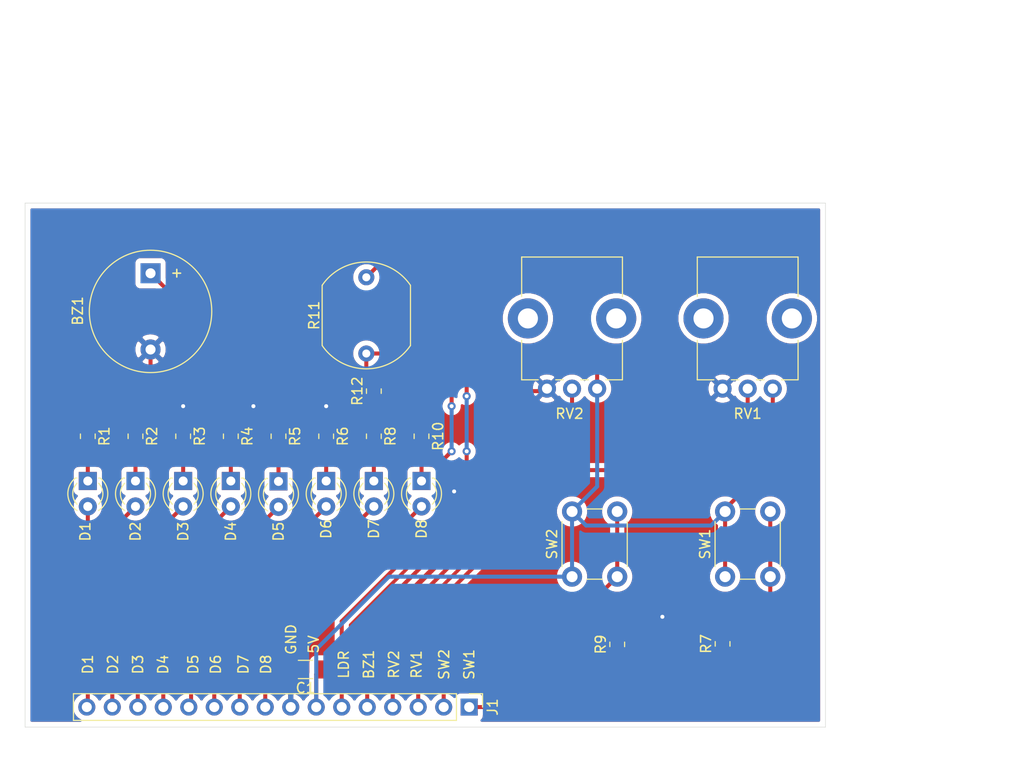
<source format=kicad_pcb>
(kicad_pcb (version 20240108) (generator "pcbnew") (generator_version "8.0")
  (layers (0 "F.Cu" signal) (31 "B.Cu" signal) (34 "B.Paste" user) (35 "F.Paste" user) (36 "B.SilkS" user "B.Silkscreen") (37 "F.SilkS" user "F.Silkscreen") (38 "B.Mask" user) (39 "F.Mask" user) (44 "Edge.Cuts" user))
  (net 0 "")
  (net 1 "GND")
  (net 2 "Net-(BZ1-Pad1)")
  (net 3 "+5V")
  (net 4 "Net-(D1-Pad2)")
  (net 5 "Net-(D1-Pad1)")
  (net 6 "Net-(D2-Pad2)")
  (net 7 "Net-(D2-Pad1)")
  (net 8 "Net-(D3-Pad2)")
  (net 9 "Net-(D3-Pad1)")
  (net 10 "Net-(D4-Pad2)")
  (net 11 "Net-(D4-Pad1)")
  (net 12 "Net-(D5-Pad2)")
  (net 13 "Net-(D5-Pad1)")
  (net 14 "Net-(D6-Pad2)")
  (net 15 "Net-(D6-Pad1)")
  (net 16 "Net-(D7-Pad2)")
  (net 17 "Net-(D7-Pad1)")
  (net 18 "Net-(D8-Pad2)")
  (net 19 "Net-(D8-Pad1)")
  (net 20 "Net-(J1-Pad6)")
  (net 21 "Net-(J1-Pad4)")
  (net 22 "Net-(J1-Pad3)")
  (net 23 "Net-(J1-Pad2)")
  (net 24 "Net-(J1-Pad1)")
  (footprint "Buzzer_Beeper:Buzzer_12x9.5RM7.6" (layer "F.Cu") (at 81.5 75.25 -90)
    (property "Reference" "BZ1" (at 3.75 7.25 90) (layer "F.SilkS"))
    (property "Value" "Buzzer")
    (fp_circle (center 3.8 0) (end 9.9 0) (stroke (width 0.12)) (fill none) (layer "F.SilkS"))
    (fp_text user "+" (at -0.01 -2.54 90) (layer "F.SilkS"))
    (pad "1" thru_hole rect (at 0 0 270) (size 2 2) (drill 1) (layers "*.Cu" "*.Mask") (net 2 "Net-(BZ1-Pad1)"))
    (pad "2" thru_hole circle (at 7.6 0 270) (size 2 2) (drill 1) (layers "*.Cu" "*.Mask") (net 1 "GND"))
  )
  (footprint "Capacitor_SMD:C_1206_3216Metric_Pad1.33x1.80mm_HandSolder" (layer "F.Cu") (at 96.9375 114.75 180)
    (property "Reference" "C1" (at 0 -1.85 0) (layer "F.SilkS"))
    (property "Value" "C")
    (fp_line (start -0.711252 0.91) (end 0.711252 0.91) (stroke (width 0.12)) (layer "F.SilkS"))
    (fp_line (start -0.711252 -0.91) (end 0.711252 -0.91) (stroke (width 0.12)) (layer "F.SilkS"))
    (pad "1" smd roundrect (at -1.5625 0 180) (size 1.325 1.8) (layers "F.Cu" "F.Paste" "F.Mask") (roundrect_rratio 0.1886784906) (net 3 "+5V"))
    (pad "2" smd roundrect (at 1.5625 0 180) (size 1.325 1.8) (layers "F.Cu" "F.Paste" "F.Mask") (roundrect_rratio 0.1886784906) (net 1 "GND"))
  )
  (footprint "LED_THT:LED_D3.0mm_Clear" (layer "F.Cu") (at 75.25 95.96 -90)
    (property "Reference" "D1" (at 5.04 0.25 90) (layer "F.SilkS"))
    (property "Value" "LED")
    (fp_line (start -0.29 1.08) (end -0.29 1.236) (stroke (width 0.12)) (layer "F.SilkS"))
    (fp_line (start -0.29 -1.236) (end -0.29 -1.08) (stroke (width 0.12)) (layer "F.SilkS"))
    (fp_arc (start 2.31113 1.079837) (mid 1.270117 1.5) (end 0.229039 1.08) (stroke (width 0.12)) (layer "F.SilkS"))
    (fp_arc (start 2.942335 1.078608) (mid 1.366487 1.987659) (end -0.29 1.235516) (stroke (width 0.12)) (layer "F.SilkS"))
    (fp_arc (start 0.229039 -1.08) (mid 1.270117 -1.5) (end 2.31113 -1.079837) (stroke (width 0.12)) (layer "F.SilkS"))
    (fp_arc (start -0.29 -1.235516) (mid 1.366487 -1.987659) (end 2.942335 -1.078608) (stroke (width 0.12)) (layer "F.SilkS"))
    (pad "1" thru_hole rect (at 0 0 270) (size 1.8 1.8) (drill 0.9) (layers "*.Cu" "*.Mask") (net 5 "Net-(D1-Pad1)"))
    (pad "2" thru_hole circle (at 2.54 0 270) (size 1.8 1.8) (drill 0.9) (layers "*.Cu" "*.Mask") (net 4 "Net-(D1-Pad2)"))
  )
  (footprint "LED_THT:LED_D3.0mm_Clear" (layer "F.Cu") (at 89.5 95.96 -90)
    (property "Reference" "D4" (at 5.04 0 90) (layer "F.SilkS"))
    (property "Value" "LED")
    (fp_line (start -0.29 1.08) (end -0.29 1.236) (stroke (width 0.12)) (layer "F.SilkS"))
    (fp_line (start -0.29 -1.236) (end -0.29 -1.08) (stroke (width 0.12)) (layer "F.SilkS"))
    (fp_arc (start 2.31113 1.079837) (mid 1.270117 1.5) (end 0.229039 1.08) (stroke (width 0.12)) (layer "F.SilkS"))
    (fp_arc (start 2.942335 1.078608) (mid 1.366487 1.987659) (end -0.29 1.235516) (stroke (width 0.12)) (layer "F.SilkS"))
    (fp_arc (start 0.229039 -1.08) (mid 1.270117 -1.5) (end 2.31113 -1.079837) (stroke (width 0.12)) (layer "F.SilkS"))
    (fp_arc (start -0.29 -1.235516) (mid 1.366487 -1.987659) (end 2.942335 -1.078608) (stroke (width 0.12)) (layer "F.SilkS"))
    (pad "1" thru_hole rect (at 0 0 270) (size 1.8 1.8) (drill 0.9) (layers "*.Cu" "*.Mask") (net 11 "Net-(D4-Pad1)"))
    (pad "2" thru_hole circle (at 2.54 0 270) (size 1.8 1.8) (drill 0.9) (layers "*.Cu" "*.Mask") (net 10 "Net-(D4-Pad2)"))
  )
  (footprint "LED_THT:LED_D3.0mm_Clear" (layer "F.Cu") (at 94.25 96 -90)
    (property "Reference" "D5" (at 5 0 90) (layer "F.SilkS"))
    (property "Value" "LED")
    (fp_line (start -0.29 1.08) (end -0.29 1.236) (stroke (width 0.12)) (layer "F.SilkS"))
    (fp_line (start -0.29 -1.236) (end -0.29 -1.08) (stroke (width 0.12)) (layer "F.SilkS"))
    (fp_arc (start 2.31113 1.079837) (mid 1.270117 1.5) (end 0.229039 1.08) (stroke (width 0.12)) (layer "F.SilkS"))
    (fp_arc (start 2.942335 1.078608) (mid 1.366487 1.987659) (end -0.29 1.235516) (stroke (width 0.12)) (layer "F.SilkS"))
    (fp_arc (start 0.229039 -1.08) (mid 1.270117 -1.5) (end 2.31113 -1.079837) (stroke (width 0.12)) (layer "F.SilkS"))
    (fp_arc (start -0.29 -1.235516) (mid 1.366487 -1.987659) (end 2.942335 -1.078608) (stroke (width 0.12)) (layer "F.SilkS"))
    (pad "1" thru_hole rect (at 0 0 270) (size 1.8 1.8) (drill 0.9) (layers "*.Cu" "*.Mask") (net 13 "Net-(D5-Pad1)"))
    (pad "2" thru_hole circle (at 2.54 0 270) (size 1.8 1.8) (drill 0.9) (layers "*.Cu" "*.Mask") (net 12 "Net-(D5-Pad2)"))
  )
  (footprint "LED_THT:LED_D3.0mm_Clear" (layer "F.Cu") (at 99 95.96 -90)
    (property "Reference" "D6" (at 4.79 0 90) (layer "F.SilkS"))
    (property "Value" "LED")
    (fp_line (start -0.29 1.08) (end -0.29 1.236) (stroke (width 0.12)) (layer "F.SilkS"))
    (fp_line (start -0.29 -1.236) (end -0.29 -1.08) (stroke (width 0.12)) (layer "F.SilkS"))
    (fp_arc (start 2.31113 1.079837) (mid 1.270117 1.5) (end 0.229039 1.08) (stroke (width 0.12)) (layer "F.SilkS"))
    (fp_arc (start 2.942335 1.078608) (mid 1.366487 1.987659) (end -0.29 1.235516) (stroke (width 0.12)) (layer "F.SilkS"))
    (fp_arc (start 0.229039 -1.08) (mid 1.270117 -1.5) (end 2.31113 -1.079837) (stroke (width 0.12)) (layer "F.SilkS"))
    (fp_arc (start -0.29 -1.235516) (mid 1.366487 -1.987659) (end 2.942335 -1.078608) (stroke (width 0.12)) (layer "F.SilkS"))
    (pad "1" thru_hole rect (at 0 0 270) (size 1.8 1.8) (drill 0.9) (layers "*.Cu" "*.Mask") (net 15 "Net-(D6-Pad1)"))
    (pad "2" thru_hole circle (at 2.54 0 270) (size 1.8 1.8) (drill 0.9) (layers "*.Cu" "*.Mask") (net 14 "Net-(D6-Pad2)"))
  )
  (footprint "LED_THT:LED_D3.0mm_Clear" (layer "F.Cu") (at 103.75 95.96 -90)
    (property "Reference" "D7" (at 4.79 0 90) (layer "F.SilkS"))
    (property "Value" "LED")
    (fp_line (start -0.29 1.08) (end -0.29 1.236) (stroke (width 0.12)) (layer "F.SilkS"))
    (fp_line (start -0.29 -1.236) (end -0.29 -1.08) (stroke (width 0.12)) (layer "F.SilkS"))
    (fp_arc (start 2.31113 1.079837) (mid 1.270117 1.5) (end 0.229039 1.08) (stroke (width 0.12)) (layer "F.SilkS"))
    (fp_arc (start 2.942335 1.078608) (mid 1.366487 1.987659) (end -0.29 1.235516) (stroke (width 0.12)) (layer "F.SilkS"))
    (fp_arc (start 0.229039 -1.08) (mid 1.270117 -1.5) (end 2.31113 -1.079837) (stroke (width 0.12)) (layer "F.SilkS"))
    (fp_arc (start -0.29 -1.235516) (mid 1.366487 -1.987659) (end 2.942335 -1.078608) (stroke (width 0.12)) (layer "F.SilkS"))
    (pad "1" thru_hole rect (at 0 0 270) (size 1.8 1.8) (drill 0.9) (layers "*.Cu" "*.Mask") (net 17 "Net-(D7-Pad1)"))
    (pad "2" thru_hole circle (at 2.54 0 270) (size 1.8 1.8) (drill 0.9) (layers "*.Cu" "*.Mask") (net 16 "Net-(D7-Pad2)"))
  )
  (footprint "LED_THT:LED_D3.0mm_Clear" (layer "F.Cu") (at 108.5 95.96 -90)
    (property "Reference" "D8" (at 4.79 0 90) (layer "F.SilkS"))
    (property "Value" "LED")
    (fp_line (start -0.29 1.08) (end -0.29 1.236) (stroke (width 0.12)) (layer "F.SilkS"))
    (fp_line (start -0.29 -1.236) (end -0.29 -1.08) (stroke (width 0.12)) (layer "F.SilkS"))
    (fp_arc (start 2.31113 1.079837) (mid 1.270117 1.5) (end 0.229039 1.08) (stroke (width 0.12)) (layer "F.SilkS"))
    (fp_arc (start 2.942335 1.078608) (mid 1.366487 1.987659) (end -0.29 1.235516) (stroke (width 0.12)) (layer "F.SilkS"))
    (fp_arc (start 0.229039 -1.08) (mid 1.270117 -1.5) (end 2.31113 -1.079837) (stroke (width 0.12)) (layer "F.SilkS"))
    (fp_arc (start -0.29 -1.235516) (mid 1.366487 -1.987659) (end 2.942335 -1.078608) (stroke (width 0.12)) (layer "F.SilkS"))
    (pad "1" thru_hole rect (at 0 0 270) (size 1.8 1.8) (drill 0.9) (layers "*.Cu" "*.Mask") (net 19 "Net-(D8-Pad1)"))
    (pad "2" thru_hole circle (at 2.54 0 270) (size 1.8 1.8) (drill 0.9) (layers "*.Cu" "*.Mask") (net 18 "Net-(D8-Pad2)"))
  )
  (footprint "Connector_PinHeader_2.54mm:PinHeader_1x16_P2.54mm_Vertical" (layer "F.Cu") (at 113.25 118.5 -90)
    (property "Reference" "J1" (at 0 -2.33 90) (layer "F.SilkS"))
    (property "Value" "Conn_01x16")
    (fp_line (start -1.33 39.43) (end 1.33 39.43) (stroke (width 0.12)) (layer "F.SilkS"))
    (fp_line (start -1.33 1.27) (end -1.33 39.43) (stroke (width 0.12)) (layer "F.SilkS"))
    (fp_line (start -1.33 1.27) (end 1.33 1.27) (stroke (width 0.12)) (layer "F.SilkS"))
    (fp_line (start 1.33 1.27) (end 1.33 39.43) (stroke (width 0.12)) (layer "F.SilkS"))
    (fp_line (start -1.33 0) (end -1.33 -1.33) (stroke (width 0.12)) (layer "F.SilkS"))
    (fp_line (start -1.33 -1.33) (end 0 -1.33) (stroke (width 0.12)) (layer "F.SilkS"))
    (pad "1" thru_hole rect (at 0 0 270) (size 1.7 1.7) (drill 1) (layers "*.Cu" "*.Mask") (net 24 "Net-(J1-Pad1)"))
    (pad "2" thru_hole oval (at 0 2.54 270) (size 1.7 1.7) (drill 1) (layers "*.Cu" "*.Mask") (net 23 "Net-(J1-Pad2)"))
    (pad "3" thru_hole oval (at 0 5.08 270) (size 1.7 1.7) (drill 1) (layers "*.Cu" "*.Mask") (net 22 "Net-(J1-Pad3)"))
    (pad "4" thru_hole oval (at 0 7.62 270) (size 1.7 1.7) (drill 1) (layers "*.Cu" "*.Mask") (net 21 "Net-(J1-Pad4)"))
    (pad "5" thru_hole oval (at 0 10.16 270) (size 1.7 1.7) (drill 1) (layers "*.Cu" "*.Mask") (net 2 "Net-(BZ1-Pad1)"))
    (pad "6" thru_hole oval (at 0 12.7 270) (size 1.7 1.7) (drill 1) (layers "*.Cu" "*.Mask") (net 20 "Net-(J1-Pad6)"))
    (pad "7" thru_hole oval (at 0 15.24 270) (size 1.7 1.7) (drill 1) (layers "*.Cu" "*.Mask") (net 3 "+5V"))
    (pad "8" thru_hole oval (at 0 17.78 270) (size 1.7 1.7) (drill 1) (layers "*.Cu" "*.Mask") (net 1 "GND"))
    (pad "9" thru_hole oval (at 0 20.32 270) (size 1.7 1.7) (drill 1) (layers "*.Cu" "*.Mask") (net 18 "Net-(D8-Pad2)"))
    (pad "10" thru_hole oval (at 0 22.86 270) (size 1.7 1.7) (drill 1) (layers "*.Cu" "*.Mask") (net 16 "Net-(D7-Pad2)"))
    (pad "11" thru_hole oval (at 0 25.4 270) (size 1.7 1.7) (drill 1) (layers "*.Cu" "*.Mask") (net 14 "Net-(D6-Pad2)"))
    (pad "12" thru_hole oval (at 0 27.94 270) (size 1.7 1.7) (drill 1) (layers "*.Cu" "*.Mask") (net 12 "Net-(D5-Pad2)"))
    (pad "13" thru_hole oval (at 0 30.48 270) (size 1.7 1.7) (drill 1) (layers "*.Cu" "*.Mask") (net 10 "Net-(D4-Pad2)"))
    (pad "14" thru_hole oval (at 0 33.02 270) (size 1.7 1.7) (drill 1) (layers "*.Cu" "*.Mask") (net 8 "Net-(D3-Pad2)"))
    (pad "15" thru_hole oval (at 0 35.56 270) (size 1.7 1.7) (drill 1) (layers "*.Cu" "*.Mask") (net 6 "Net-(D2-Pad2)"))
    (pad "16" thru_hole oval (at 0 38.1 270) (size 1.7 1.7) (drill 1) (layers "*.Cu" "*.Mask") (net 4 "Net-(D1-Pad2)"))
  )
  (footprint "Resistor_SMD:R_0805_2012Metric_Pad1.20x1.40mm_HandSolder" (layer "F.Cu") (at 75.25 91.5 -90)
    (property "Reference" "R1" (at 0 -1.65 90) (layer "F.SilkS"))
    (property "Value" "R")
    (fp_line (start -0.227064 0.735) (end 0.227064 0.735) (stroke (width 0.12)) (layer "F.SilkS"))
    (fp_line (start -0.227064 -0.735) (end 0.227064 -0.735) (stroke (width 0.12)) (layer "F.SilkS"))
    (pad "1" smd roundrect (at -1 0 270) (size 1.2 1.4) (layers "F.Cu" "F.Paste" "F.Mask") (roundrect_rratio 0.2083325) (net 1 "GND"))
    (pad "2" smd roundrect (at 1 0 270) (size 1.2 1.4) (layers "F.Cu" "F.Paste" "F.Mask") (roundrect_rratio 0.2083325) (net 5 "Net-(D1-Pad1)"))
  )
  (footprint "Resistor_SMD:R_0805_2012Metric_Pad1.20x1.40mm_HandSolder" (layer "F.Cu") (at 80 91.5 -90)
    (property "Reference" "R2" (at 0 -1.65 90) (layer "F.SilkS"))
    (property "Value" "R")
    (fp_line (start -0.227064 0.735) (end 0.227064 0.735) (stroke (width 0.12)) (layer "F.SilkS"))
    (fp_line (start -0.227064 -0.735) (end 0.227064 -0.735) (stroke (width 0.12)) (layer "F.SilkS"))
    (pad "1" smd roundrect (at -1 0 270) (size 1.2 1.4) (layers "F.Cu" "F.Paste" "F.Mask") (roundrect_rratio 0.2083325) (net 1 "GND"))
    (pad "2" smd roundrect (at 1 0 270) (size 1.2 1.4) (layers "F.Cu" "F.Paste" "F.Mask") (roundrect_rratio 0.2083325) (net 7 "Net-(D2-Pad1)"))
  )
  (footprint "Resistor_SMD:R_0805_2012Metric_Pad1.20x1.40mm_HandSolder" (layer "F.Cu") (at 84.75 91.5 -90)
    (property "Reference" "R3" (at 0 -1.65 90) (layer "F.SilkS"))
    (property "Value" "R")
    (fp_line (start -0.227064 0.735) (end 0.227064 0.735) (stroke (width 0.12)) (layer "F.SilkS"))
    (fp_line (start -0.227064 -0.735) (end 0.227064 -0.735) (stroke (width 0.12)) (layer "F.SilkS"))
    (pad "1" smd roundrect (at -1 0 270) (size 1.2 1.4) (layers "F.Cu" "F.Paste" "F.Mask") (roundrect_rratio 0.2083325) (net 1 "GND"))
    (pad "2" smd roundrect (at 1 0 270) (size 1.2 1.4) (layers "F.Cu" "F.Paste" "F.Mask") (roundrect_rratio 0.2083325) (net 9 "Net-(D3-Pad1)"))
  )
  (footprint "Resistor_SMD:R_0805_2012Metric_Pad1.20x1.40mm_HandSolder" (layer "F.Cu") (at 89.5 91.5 -90)
    (property "Reference" "R4" (at 0 -1.65 90) (layer "F.SilkS"))
    (property "Value" "R")
    (fp_line (start -0.227064 0.735) (end 0.227064 0.735) (stroke (width 0.12)) (layer "F.SilkS"))
    (fp_line (start -0.227064 -0.735) (end 0.227064 -0.735) (stroke (width 0.12)) (layer "F.SilkS"))
    (pad "1" smd roundrect (at -1 0 270) (size 1.2 1.4) (layers "F.Cu" "F.Paste" "F.Mask") (roundrect_rratio 0.2083325) (net 1 "GND"))
    (pad "2" smd roundrect (at 1 0 270) (size 1.2 1.4) (layers "F.Cu" "F.Paste" "F.Mask") (roundrect_rratio 0.2083325) (net 11 "Net-(D4-Pad1)"))
  )
  (footprint "Resistor_SMD:R_0805_2012Metric_Pad1.20x1.40mm_HandSolder" (layer "F.Cu") (at 94.25 91.5 -90)
    (property "Reference" "R5" (at 0 -1.65 90) (layer "F.SilkS"))
    (property "Value" "R")
    (fp_line (start -0.227064 0.735) (end 0.227064 0.735) (stroke (width 0.12)) (layer "F.SilkS"))
    (fp_line (start -0.227064 -0.735) (end 0.227064 -0.735) (stroke (width 0.12)) (layer "F.SilkS"))
    (pad "1" smd roundrect (at -1 0 270) (size 1.2 1.4) (layers "F.Cu" "F.Paste" "F.Mask") (roundrect_rratio 0.2083325) (net 1 "GND"))
    (pad "2" smd roundrect (at 1 0 270) (size 1.2 1.4) (layers "F.Cu" "F.Paste" "F.Mask") (roundrect_rratio 0.2083325) (net 13 "Net-(D5-Pad1)"))
  )
  (footprint "Resistor_SMD:R_0805_2012Metric_Pad1.20x1.40mm_HandSolder" (layer "F.Cu") (at 99 91.5 -90)
    (property "Reference" "R6" (at 0 -1.65 90) (layer "F.SilkS"))
    (property "Value" "R")
    (fp_line (start -0.227064 0.735) (end 0.227064 0.735) (stroke (width 0.12)) (layer "F.SilkS"))
    (fp_line (start -0.227064 -0.735) (end 0.227064 -0.735) (stroke (width 0.12)) (layer "F.SilkS"))
    (pad "1" smd roundrect (at -1 0 270) (size 1.2 1.4) (layers "F.Cu" "F.Paste" "F.Mask") (roundrect_rratio 0.2083325) (net 1 "GND"))
    (pad "2" smd roundrect (at 1 0 270) (size 1.2 1.4) (layers "F.Cu" "F.Paste" "F.Mask") (roundrect_rratio 0.2083325) (net 15 "Net-(D6-Pad1)"))
  )
  (footprint "Resistor_SMD:R_0805_2012Metric_Pad1.20x1.40mm_HandSolder" (layer "F.Cu") (at 103.75 91.5 -90)
    (property "Reference" "R8" (at 0 -1.65 90) (layer "F.SilkS"))
    (property "Value" "R")
    (fp_line (start -0.227064 0.735) (end 0.227064 0.735) (stroke (width 0.12)) (layer "F.SilkS"))
    (fp_line (start -0.227064 -0.735) (end 0.227064 -0.735) (stroke (width 0.12)) (layer "F.SilkS"))
    (pad "1" smd roundrect (at -1 0 270) (size 1.2 1.4) (layers "F.Cu" "F.Paste" "F.Mask") (roundrect_rratio 0.2083325) (net 1 "GND"))
    (pad "2" smd roundrect (at 1 0 270) (size 1.2 1.4) (layers "F.Cu" "F.Paste" "F.Mask") (roundrect_rratio 0.2083325) (net 17 "Net-(D7-Pad1)"))
  )
  (footprint "Resistor_SMD:R_0805_2012Metric_Pad1.20x1.40mm_HandSolder" (layer "F.Cu") (at 128 112.25 90)
    (property "Reference" "R9" (at 0 -1.65 90) (layer "F.SilkS"))
    (property "Value" "R")
    (fp_line (start -0.227064 -0.735) (end 0.227064 -0.735) (stroke (width 0.12)) (layer "F.SilkS"))
    (fp_line (start -0.227064 0.735) (end 0.227064 0.735) (stroke (width 0.12)) (layer "F.SilkS"))
    (pad "1" smd roundrect (at -1 0 90) (size 1.2 1.4) (layers "F.Cu" "F.Paste" "F.Mask") (roundrect_rratio 0.2083325) (net 23 "Net-(J1-Pad2)"))
    (pad "2" smd roundrect (at 1 0 90) (size 1.2 1.4) (layers "F.Cu" "F.Paste" "F.Mask") (roundrect_rratio 0.2083325) (net 1 "GND"))
  )
  (footprint "Resistor_SMD:R_0805_2012Metric_Pad1.20x1.40mm_HandSolder" (layer "F.Cu") (at 108.5 91.5 -90)
    (property "Reference" "R10" (at 0 -1.65 90) (layer "F.SilkS"))
    (property "Value" "R")
    (fp_line (start -0.227064 0.735) (end 0.227064 0.735) (stroke (width 0.12)) (layer "F.SilkS"))
    (fp_line (start -0.227064 -0.735) (end 0.227064 -0.735) (stroke (width 0.12)) (layer "F.SilkS"))
    (pad "1" smd roundrect (at -1 0 270) (size 1.2 1.4) (layers "F.Cu" "F.Paste" "F.Mask") (roundrect_rratio 0.2083325) (net 1 "GND"))
    (pad "2" smd roundrect (at 1 0 270) (size 1.2 1.4) (layers "F.Cu" "F.Paste" "F.Mask") (roundrect_rratio 0.2083325) (net 19 "Net-(D8-Pad1)"))
  )
  (footprint "OptoDevice:R_LDR_10x8.5mm_P7.6mm_Vertical" (layer "F.Cu") (at 103 83.25 90)
    (property "Reference" "R11" (at 3.8 -5.2 90) (layer "F.SilkS"))
    (property "Value" "LDR03")
    (fp_line (start 0.8 -4.4) (end 6.8 -4.4) (stroke (width 0.12)) (layer "F.SilkS"))
    (fp_line (start 0.8 4.4) (end 6.8 4.4) (stroke (width 0.12)) (layer "F.SilkS"))
    (fp_arc (start 6.8 -4.4) (mid 9.125374 -0.019809) (end 6.83265 4.37756) (stroke (width 0.12)) (layer "F.SilkS"))
    (fp_arc (start 0.8 4.4) (mid -1.525374 0.019809) (end 0.76735 -4.37756) (stroke (width 0.12)) (layer "F.SilkS"))
    (pad "1" thru_hole circle (at 0 0 90) (size 1.6 1.6) (drill 0.8) (layers "*.Cu" "*.Mask") (net 20 "Net-(J1-Pad6)"))
    (pad "2" thru_hole circle (at 7.6 0 90) (size 1.6 1.6) (drill 0.8) (layers "*.Cu" "*.Mask") (net 3 "+5V"))
  )
  (footprint "Resistor_SMD:R_0805_2012Metric_Pad1.20x1.40mm_HandSolder" (layer "F.Cu") (at 103.75 87 90)
    (property "Reference" "R12" (at 0 -1.65 90) (layer "F.SilkS"))
    (property "Value" "R")
    (fp_line (start -0.227064 -0.735) (end 0.227064 -0.735) (stroke (width 0.12)) (layer "F.SilkS"))
    (fp_line (start -0.227064 0.735) (end 0.227064 0.735) (stroke (width 0.12)) (layer "F.SilkS"))
    (pad "1" smd roundrect (at -1 0 90) (size 1.2 1.4) (layers "F.Cu" "F.Paste" "F.Mask") (roundrect_rratio 0.2083325) (net 1 "GND"))
    (pad "2" smd roundrect (at 1 0 90) (size 1.2 1.4) (layers "F.Cu" "F.Paste" "F.Mask") (roundrect_rratio 0.2083325) (net 20 "Net-(J1-Pad6)"))
  )
  (footprint "Button_Switch_THT:SW_PUSH_6mm_H4.3mm" (layer "F.Cu") (at 138.75 105.5 90)
    (property "Reference" "SW1" (at 3.25 -2 90) (layer "F.SilkS"))
    (property "Value" "SW_Push")
    (fp_line (start 5.5 -1) (end 1 -1) (stroke (width 0.12)) (layer "F.SilkS"))
    (fp_line (start -0.25 1.5) (end -0.25 3) (stroke (width 0.12)) (layer "F.SilkS"))
    (fp_line (start 6.75 3) (end 6.75 1.5) (stroke (width 0.12)) (layer "F.SilkS"))
    (fp_line (start 1 5.5) (end 5.5 5.5) (stroke (width 0.12)) (layer "F.SilkS"))
    (pad "1" thru_hole circle (at 0 0 180) (size 2 2) (drill 1.1) (layers "*.Cu" "*.Mask") (net 3 "+5V"))
    (pad "1" thru_hole circle (at 6.5 0 180) (size 2 2) (drill 1.1) (layers "*.Cu" "*.Mask") (net 3 "+5V"))
    (pad "2" thru_hole circle (at 0 4.5 180) (size 2 2) (drill 1.1) (layers "*.Cu" "*.Mask") (net 24 "Net-(J1-Pad1)"))
    (pad "2" thru_hole circle (at 6.5 4.5 180) (size 2 2) (drill 1.1) (layers "*.Cu" "*.Mask") (net 24 "Net-(J1-Pad1)"))
  )
  (footprint "Button_Switch_THT:SW_PUSH_6mm_H4.3mm" (layer "F.Cu") (at 123.5 105.5 90)
    (property "Reference" "SW2" (at 3.25 -2 90) (layer "F.SilkS"))
    (property "Value" "SW_Push")
    (fp_line (start 5.5 -1) (end 1 -1) (stroke (width 0.12)) (layer "F.SilkS"))
    (fp_line (start -0.25 1.5) (end -0.25 3) (stroke (width 0.12)) (layer "F.SilkS"))
    (fp_line (start 6.75 3) (end 6.75 1.5) (stroke (width 0.12)) (layer "F.SilkS"))
    (fp_line (start 1 5.5) (end 5.5 5.5) (stroke (width 0.12)) (layer "F.SilkS"))
    (pad "1" thru_hole circle (at 0 0 180) (size 2 2) (drill 1.1) (layers "*.Cu" "*.Mask") (net 3 "+5V"))
    (pad "1" thru_hole circle (at 6.5 0 180) (size 2 2) (drill 1.1) (layers "*.Cu" "*.Mask") (net 3 "+5V"))
    (pad "2" thru_hole circle (at 0 4.5 180) (size 2 2) (drill 1.1) (layers "*.Cu" "*.Mask") (net 23 "Net-(J1-Pad2)"))
    (pad "2" thru_hole circle (at 6.5 4.5 180) (size 2 2) (drill 1.1) (layers "*.Cu" "*.Mask") (net 23 "Net-(J1-Pad2)"))
  )
  (footprint "LED_THT:LED_D3.0mm_Clear" (layer "F.Cu") (at 84.75 95.96 -90)
    (property "Reference" "D3" (at 5.04 0 90) (layer "F.SilkS"))
    (property "Value" "LED")
    (fp_line (start -0.29 1.08) (end -0.29 1.236) (stroke (width 0.12)) (layer "F.SilkS"))
    (fp_line (start -0.29 -1.236) (end -0.29 -1.08) (stroke (width 0.12)) (layer "F.SilkS"))
    (fp_arc (start 2.31113 1.079837) (mid 1.270117 1.5) (end 0.229039 1.08) (stroke (width 0.12)) (layer "F.SilkS"))
    (fp_arc (start 2.942335 1.078608) (mid 1.366487 1.987659) (end -0.29 1.235516) (stroke (width 0.12)) (layer "F.SilkS"))
    (fp_arc (start 0.229039 -1.08) (mid 1.270117 -1.5) (end 2.31113 -1.079837) (stroke (width 0.12)) (layer "F.SilkS"))
    (fp_arc (start -0.29 -1.235516) (mid 1.366487 -1.987659) (end 2.942335 -1.078608) (stroke (width 0.12)) (layer "F.SilkS"))
    (pad "1" thru_hole rect (at 0 0 270) (size 1.8 1.8) (drill 0.9) (layers "*.Cu" "*.Mask") (net 9 "Net-(D3-Pad1)"))
    (pad "2" thru_hole circle (at 2.54 0 270) (size 1.8 1.8) (drill 0.9) (layers "*.Cu" "*.Mask") (net 8 "Net-(D3-Pad2)"))
  )
  (footprint "LED_THT:LED_D3.0mm_Clear" (layer "F.Cu") (at 80 95.96 -90)
    (property "Reference" "D2" (at 5.04 0 90) (layer "F.SilkS"))
    (property "Value" "LED")
    (fp_line (start -0.29 1.08) (end -0.29 1.236) (stroke (width 0.12)) (layer "F.SilkS"))
    (fp_line (start -0.29 -1.236) (end -0.29 -1.08) (stroke (width 0.12)) (layer "F.SilkS"))
    (fp_arc (start 2.31113 1.079837) (mid 1.270117 1.5) (end 0.229039 1.08) (stroke (width 0.12)) (layer "F.SilkS"))
    (fp_arc (start 2.942335 1.078608) (mid 1.366487 1.987659) (end -0.29 1.235516) (stroke (width 0.12)) (layer "F.SilkS"))
    (fp_arc (start 0.229039 -1.08) (mid 1.270117 -1.5) (end 2.31113 -1.079837) (stroke (width 0.12)) (layer "F.SilkS"))
    (fp_arc (start -0.29 -1.235516) (mid 1.366487 -1.987659) (end 2.942335 -1.078608) (stroke (width 0.12)) (layer "F.SilkS"))
    (pad "1" thru_hole rect (at 0 0 270) (size 1.8 1.8) (drill 0.9) (layers "*.Cu" "*.Mask") (net 7 "Net-(D2-Pad1)"))
    (pad "2" thru_hole circle (at 2.54 0 270) (size 1.8 1.8) (drill 0.9) (layers "*.Cu" "*.Mask") (net 6 "Net-(D2-Pad2)"))
  )
  (footprint "Potentiometer_THT:Potentiometer_Alps_RK09K_Single_Vertical" (layer "F.Cu") (at 126 86.75 90)
    (property "Reference" "RV2" (at -2.5 -2.75 180) (layer "F.SilkS"))
    (property "Value" "R_POT")
    (fp_line (start 13.12 -7.521) (end 13.12 2.52) (stroke (width 0.12)) (layer "F.SilkS"))
    (fp_line (start 9.184 -7.521) (end 13.12 -7.521) (stroke (width 0.12)) (layer "F.SilkS"))
    (fp_line (start 0.88 -7.521) (end 4.817 -7.521) (stroke (width 0.12)) (layer "F.SilkS"))
    (fp_line (start 0.88 -7.521) (end 0.88 -5.871) (stroke (width 0.12)) (layer "F.SilkS"))
    (fp_line (start 0.88 -4.129) (end 0.88 -3.37) (stroke (width 0.12)) (layer "F.SilkS"))
    (fp_line (start 0.88 -1.629) (end 0.88 -0.87) (stroke (width 0.12)) (layer "F.SilkS"))
    (fp_line (start 0.88 0.87) (end 0.88 2.52) (stroke (width 0.12)) (layer "F.SilkS"))
    (fp_line (start 9.184 2.52) (end 13.12 2.52) (stroke (width 0.12)) (layer "F.SilkS"))
    (fp_line (start 0.88 2.52) (end 4.817 2.52) (stroke (width 0.12)) (layer "F.SilkS"))
    (pad "" np_thru_hole circle (at 7 -6.9 90) (size 4 4) (drill 2) (layers "*.Cu" "*.Mask"))
    (pad "" np_thru_hole circle (at 7 1.9 90) (size 4 4) (drill 2) (layers "*.Cu" "*.Mask"))
    (pad "1" thru_hole circle (at 0 0 90) (size 1.8 1.8) (drill 1) (layers "*.Cu" "*.Mask") (net 3 "+5V"))
    (pad "2" thru_hole circle (at 0 -2.5 90) (size 1.8 1.8) (drill 1) (layers "*.Cu" "*.Mask") (net 21 "Net-(J1-Pad4)"))
    (pad "3" thru_hole circle (at 0 -5 90) (size 1.8 1.8) (drill 1) (layers "*.Cu" "*.Mask") (net 1 "GND"))
  )
  (footprint "Resistor_SMD:R_0805_2012Metric_Pad1.20x1.40mm_HandSolder" (layer "F.Cu") (at 138.5 112.2 90)
    (property "Reference" "R7" (at 0 -1.65 90) (layer "F.SilkS"))
    (property "Value" "R")
    (fp_line (start -0.227064 -0.735) (end 0.227064 -0.735) (stroke (width 0.12)) (layer "F.SilkS"))
    (fp_line (start -0.227064 0.735) (end 0.227064 0.735) (stroke (width 0.12)) (layer "F.SilkS"))
    (pad "1" smd roundrect (at -1 0 90) (size 1.2 1.4) (layers "F.Cu" "F.Paste" "F.Mask") (roundrect_rratio 0.2083325) (net 24 "Net-(J1-Pad1)"))
    (pad "2" smd roundrect (at 1 0 90) (size 1.2 1.4) (layers "F.Cu" "F.Paste" "F.Mask") (roundrect_rratio 0.2083325) (net 1 "GND"))
  )
  (footprint "Potentiometer_THT:Potentiometer_Alps_RK09K_Single_Vertical" (layer "F.Cu") (at 143.5 86.75 90)
    (property "Reference" "RV1" (at -2.5 -2.5 180) (layer "F.SilkS"))
    (property "Value" "R_POT")
    (fp_line (start 13.12 -7.521) (end 13.12 2.52) (stroke (width 0.12)) (layer "F.SilkS"))
    (fp_line (start 9.184 -7.521) (end 13.12 -7.521) (stroke (width 0.12)) (layer "F.SilkS"))
    (fp_line (start 0.88 -7.521) (end 4.817 -7.521) (stroke (width 0.12)) (layer "F.SilkS"))
    (fp_line (start 0.88 -7.521) (end 0.88 -5.871) (stroke (width 0.12)) (layer "F.SilkS"))
    (fp_line (start 0.88 -4.129) (end 0.88 -3.37) (stroke (width 0.12)) (layer "F.SilkS"))
    (fp_line (start 0.88 -1.629) (end 0.88 -0.87) (stroke (width 0.12)) (layer "F.SilkS"))
    (fp_line (start 0.88 0.87) (end 0.88 2.52) (stroke (width 0.12)) (layer "F.SilkS"))
    (fp_line (start 9.184 2.52) (end 13.12 2.52) (stroke (width 0.12)) (layer "F.SilkS"))
    (fp_line (start 0.88 2.52) (end 4.817 2.52) (stroke (width 0.12)) (layer "F.SilkS"))
    (pad "" np_thru_hole circle (at 7 -6.9 90) (size 4 4) (drill 2) (layers "*.Cu" "*.Mask"))
    (pad "" np_thru_hole circle (at 7 1.9 90) (size 4 4) (drill 2) (layers "*.Cu" "*.Mask"))
    (pad "1" thru_hole circle (at 0 0 90) (size 1.8 1.8) (drill 1) (layers "*.Cu" "*.Mask") (net 3 "+5V"))
    (pad "2" thru_hole circle (at 0 -2.5 90) (size 1.8 1.8) (drill 1) (layers "*.Cu" "*.Mask") (net 22 "Net-(J1-Pad3)"))
    (pad "3" thru_hole circle (at 0 -5 90) (size 1.8 1.8) (drill 1) (layers "*.Cu" "*.Mask") (net 1 "GND"))
  )
  (gr_line (start 148.75 68.25) (end 148.75 120.5) (stroke (width 0.05)) (layer "Edge.Cuts"))
  (gr_line (start 148.75 120.5) (end 69 120.5) (stroke (width 0.05)) (layer "Edge.Cuts"))
  (gr_line (start 69 120.5) (end 69 68.25) (stroke (width 0.05)) (layer "Edge.Cuts"))
  (gr_line (start 69 68.25) (end 148.75 68.25) (stroke (width 0.05)) (layer "Edge.Cuts"))
  (gr_text "5V" (at 97.75 112.25 90) (layer "F.SilkS") (effects (font (size 1 1))))
  (gr_text "D6" (at 88 114.25 90) (layer "F.SilkS") (effects (font (size 1 1))))
  (gr_text "GND" (at 95.5 111.75 90) (layer "F.SilkS") (effects (font (size 1 1))))
  (gr_text "D3" (at 80.25 114.25 90) (layer "F.SilkS") (effects (font (size 1 1))))
  (gr_text "D5" (at 85.75 114.25 90) (layer "F.SilkS") (effects (font (size 1 1))))
  (gr_text "D2\n" (at 77.75 114.25 90) (layer "F.SilkS") (effects (font (size 1 1))))
  (gr_text "RV1" (at 108 114.25 90) (layer "F.SilkS") (effects (font (size 1 1))))
  (gr_text "LDR" (at 100.75 114.25 90) (layer "F.SilkS") (effects (font (size 1 1))))
  (gr_text "SW2" (at 110.75 114.25 90) (layer "F.SilkS") (effects (font (size 1 1))))
  (gr_text "D8" (at 93 114.25 90) (layer "F.SilkS") (effects (font (size 1 1))))
  (gr_text "D1" (at 75.25 114.25 90) (layer "F.SilkS") (effects (font (size 1 1))))
  (gr_text "BZ1" (at 103.25 114.25 90) (layer "F.SilkS") (effects (font (size 1 1))))
  (gr_text "D7" (at 90.75 114.25 90) (layer "F.SilkS") (effects (font (size 1 1))))
  (gr_text "SW1" (at 113.25 114.25 90) (layer "F.SilkS") (effects (font (size 1 1))))
  (gr_text "D4" (at 82.75 114.25 90) (layer "F.SilkS") (effects (font (size 1 1))))
  (gr_text "RV2" (at 105.75 114.25 90) (layer "F.SilkS") (effects (font (size 1 1))))
  (segment (start 99 90.5) (end 103.75 90.5) (width 0.4) (layer "F.Cu") (net 1))
  (segment (start 108.5 90.5) (end 112 90.5) (width 0.4) (layer "F.Cu") (net 1))
  (segment (start 131.5 110.5) (end 132.5 109.5) (width 0.4) (layer "F.Cu") (net 1))
  (segment (start 85 90.25) (end 84.75 90.5) (width 0.4) (layer "F.Cu") (net 1))
  (segment (start 120.75 87) (end 121 86.75) (width 0.4) (layer "F.Cu") (net 1))
  (segment (start 112 90.5) (end 115.5 87) (width 0.4) (layer "F.Cu") (net 1))
  (segment (start 138.45 111.25) (end 138.5 111.2) (width 0.4) (layer "F.Cu") (net 1))
  (segment (start 138.5 111.2) (end 137.95 111.2) (width 0.4) (layer "F.Cu") (net 1))
  (segment (start 103.75 90.5) (end 108.5 90.5) (width 0.4) (layer "F.Cu") (net 1))
  (segment (start 84.75 90.5) (end 89.5 90.5) (width 0.4) (layer "F.Cu") (net 1))
  (segment (start 115.5 87) (end 120.75 87) (width 0.4) (layer "F.Cu") (net 1))
  (segment (start 131.5 111.25) (end 138.45 111.25) (width 0.4) (layer "F.Cu") (net 1))
  (segment (start 75.25 90.5) (end 80 90.5) (width 0.4) (layer "F.Cu") (net 1))
  (segment (start 89.5 90.5) (end 94.25 90.5) (width 0.4) (layer "F.Cu") (net 1))
  (segment (start 131.5 111.25) (end 131.5 110.5) (width 0.4) (layer "F.Cu") (net 1))
  (segment (start 81.5 89) (end 80 90.5) (width 0.4) (layer "F.Cu") (net 1))
  (segment (start 95.47 114.845) (end 95.375 114.75) (width 0.4) (layer "F.Cu") (net 1))
  (segment (start 95.47 118.5) (end 95.47 114.845) (width 0.4) (layer "F.Cu") (net 1))
  (segment (start 81.5 82.85) (end 81.5 89) (width 0.4) (layer "F.Cu") (net 1))
  (segment (start 128 111.25) (end 131.5 111.25) (width 0.4) (layer "F.Cu") (net 1))
  (segment (start 80 90.5) (end 84.75 90.5) (width 0.4) (layer "F.Cu") (net 1))
  (segment (start 94.25 90.5) (end 99 90.5) (width 0.4) (layer "F.Cu") (net 1))
  (via (at 111.75 97) (size 0.8) (drill 0.4) (layers "F.Cu" "B.Cu") (net 1))
  (via (at 99 88.5) (size 0.8) (drill 0.4) (layers "F.Cu" "B.Cu") (net 1))
  (via (at 84.75 88.5) (size 0.8) (drill 0.4) (layers "F.Cu" "B.Cu") (net 1))
  (via (at 132.5 109.5) (size 0.8) (drill 0.4) (layers "F.Cu" "B.Cu") (net 1))
  (via (at 91.75 88.5) (size 0.8) (drill 0.4) (layers "F.Cu" "B.Cu") (net 1))
  (segment (start 113 84.25) (end 106 77.25) (width 0.4) (layer "F.Cu") (net 2))
  (segment (start 113 100) (end 113 93) (width 0.4) (layer "F.Cu") (net 2))
  (segment (start 103.09 118.5) (end 103.09 109.91) (width 0.4) (layer "F.Cu") (net 2))
  (segment (start 113 87.5) (end 113 84.25) (width 0.4) (layer "F.Cu") (net 2))
  (segment (start 103.09 109.91) (end 113 100) (width 0.4) (layer "F.Cu") (net 2))
  (segment (start 106 77.25) (end 83.5 77.25) (width 0.4) (layer "F.Cu") (net 2))
  (segment (start 83.5 77.25) (end 81.5 75.25) (width 0.4) (layer "F.Cu") (net 2))
  (via (at 113 87.5) (size 0.8) (drill 0.4) (layers "F.Cu" "B.Cu") (net 2))
  (via (at 113 93) (size 0.8) (drill 0.4) (layers "F.Cu" "B.Cu") (net 2))
  (segment (start 113 93) (end 113 87.5) (width 0.4) (layer "B.Cu") (net 2))
  (segment (start 107.9 70.75) (end 103 75.65) (width 0.4) (layer "F.Cu") (net 3))
  (segment (start 143.5 94) (end 138.75 98.75) (width 0.4) (layer "F.Cu") (net 3))
  (segment (start 123.25 70.75) (end 107.9 70.75) (width 0.4) (layer "F.Cu") (net 3))
  (segment (start 138.75 98.75) (end 138.75 99) (width 0.4) (layer "F.Cu") (net 3))
  (segment (start 126 86.75) (end 126 82) (width 0.4) (layer "F.Cu") (net 3))
  (segment (start 98.01 118.5) (end 98.01 115.24) (width 0.4) (layer "F.Cu") (net 3))
  (segment (start 125 72.5) (end 123.25 70.75) (width 0.4) (layer "F.Cu") (net 3))
  (segment (start 138.75 105.5) (end 138.75 99) (width 0.4) (layer "F.Cu") (net 3))
  (segment (start 98.01 115.24) (end 98.5 114.75) (width 0.4) (layer "F.Cu") (net 3))
  (segment (start 143.5 86.5) (end 143.5 94) (width 0.4) (layer "F.Cu") (net 3))
  (segment (start 126 82) (end 125 81) (width 0.4) (layer "F.Cu") (net 3))
  (segment (start 125 81) (end 125 72.5) (width 0.4) (layer "F.Cu") (net 3))
  (segment (start 123.5 105.5) (end 105.25 105.5) (width 0.4) (layer "B.Cu") (net 3))
  (segment (start 123.5 99) (end 123.5 105.5) (width 0.4) (layer "B.Cu") (net 3))
  (segment (start 137.349999 100.400001) (end 124.900001 100.400001) (width 0.4) (layer "B.Cu") (net 3))
  (segment (start 138.75 99) (end 137.349999 100.400001) (width 0.4) (layer "B.Cu") (net 3))
  (segment (start 105.25 105.5) (end 98.01 112.74) (width 0.4) (layer "B.Cu") (net 3))
  (segment (start 126 86.75) (end 126 96.5) (width 0.4) (layer "B.Cu") (net 3))
  (segment (start 124.900001 100.400001) (end 123.5 99) (width 0.4) (layer "B.Cu") (net 3))
  (segment (start 126 96.5) (end 123.5 99) (width 0.4) (layer "B.Cu") (net 3))
  (segment (start 98.01 112.74) (end 98.01 118.5) (width 0.4) (layer "B.Cu") (net 3))
  (segment (start 75.25 118.4) (end 75.15 118.5) (width 0.4) (layer "F.Cu") (net 4))
  (segment (start 75.25 98.5) (end 75.25 118.4) (width 0.4) (layer "F.Cu") (net 4))
  (segment (start 75.25 95.96) (end 75.25 92.5) (width 0.4) (layer "F.Cu") (net 5))
  (segment (start 77.69 100.81) (end 77.69 118.5) (width 0.4) (layer "F.Cu") (net 6))
  (segment (start 80 98.5) (end 77.69 100.81) (width 0.4) (layer "F.Cu") (net 6))
  (segment (start 80 95.96) (end 80 92.5) (width 0.4) (layer "F.Cu") (net 7))
  (segment (start 80.23 103.02) (end 80.23 118.5) (width 0.4) (layer "F.Cu") (net 8))
  (segment (start 84.75 98.5) (end 80.23 103.02) (width 0.4) (layer "F.Cu") (net 8))
  (segment (start 84.75 95.96) (end 84.75 92.5) (width 0.4) (layer "F.Cu") (net 9))
  (segment (start 82.77 105.23) (end 82.77 118.5) (width 0.4) (layer "F.Cu") (net 10))
  (segment (start 89.5 98.5) (end 82.77 105.23) (width 0.4) (layer "F.Cu") (net 10))
  (segment (start 89.5 95.96) (end 89.5 92.5) (width 0.4) (layer "F.Cu") (net 11))
  (segment (start 94.25 98.54) (end 85.54 107.25) (width 0.4) (layer "F.Cu") (net 12))
  (segment (start 85.54 107.25) (end 85.54 118.27) (width 0.4) (layer "F.Cu") (net 12))
  (segment (start 85.54 118.27) (end 85.31 118.5) (width 0.4) (layer "F.Cu") (net 12))
  (segment (start 94.25 96) (end 94.25 92.5) (width 0.4) (layer "F.Cu") (net 13))
  (segment (start 99 98.5) (end 87.85 109.65) (width 0.4) (layer "F.Cu") (net 14))
  (segment (start 87.85 109.65) (end 87.85 118.5) (width 0.4) (layer "F.Cu") (net 14))
  (segment (start 99 95.96) (end 99 92.5) (width 0.4) (layer "F.Cu") (net 15))
  (segment (start 90.39 111.86) (end 90.39 118.5) (width 0.4) (layer "F.Cu") (net 16))
  (segment (start 103.75 98.5) (end 90.39 111.86) (width 0.4) (layer "F.Cu") (net 16))
  (segment (start 103.75 95.96) (end 103.75 92.5) (width 0.4) (layer "F.Cu") (net 17))
  (segment (start 108.5 98.5) (end 92.93 114.07) (width 0.4) (layer "F.Cu") (net 18))
  (segment (start 92.93 114.07) (end 92.93 118.5) (width 0.4) (layer "F.Cu") (net 18))
  (segment (start 108.5 95.96) (end 108.5 92.5) (width 0.4) (layer "F.Cu") (net 19))
  (segment (start 103 83.25) (end 103 85.25) (width 0.4) (layer "F.Cu") (net 20))
  (segment (start 110.5 100) (end 110.5 94) (width 0.4) (layer "F.Cu") (net 20))
  (segment (start 110.5 94) (end 111.5 93) (width 0.4) (layer "F.Cu") (net 20))
  (segment (start 103 85.25) (end 103.75 86) (width 0.4) (layer "F.Cu") (net 20))
  (segment (start 100.55 109.95) (end 110.5 100) (width 0.4) (layer "F.Cu") (net 20))
  (segment (start 109 83.25) (end 103 83.25) (width 0.4) (layer "F.Cu") (net 20))
  (segment (start 111.5 88.5) (end 111.5 85.75) (width 0.4) (layer "F.Cu") (net 20))
  (segment (start 100.55 118.5) (end 100.55 109.95) (width 0.4) (layer "F.Cu") (net 20))
  (segment (start 111.5 85.75) (end 109 83.25) (width 0.4) (layer "F.Cu") (net 20))
  (via (at 111.5 93) (size 0.8) (drill 0.4) (layers "F.Cu" "B.Cu") (net 20))
  (via (at 111.5 88.5) (size 0.8) (drill 0.4) (layers "F.Cu" "B.Cu") (net 20))
  (segment (start 111.5 88.5) (end 111.5 93) (width 0.4) (layer "B.Cu") (net 20))
  (segment (start 105.63 110.12) (end 105.63 118.5) (width 0.4) (layer "F.Cu") (net 21))
  (segment (start 123.5 92.25) (end 105.63 110.12) (width 0.4) (layer "F.Cu") (net 21))
  (segment (start 123.5 86.75) (end 123.5 92.25) (width 0.4) (layer "F.Cu") (net 21))
  (segment (start 108.17 118.5) (end 108.17 110.08) (width 0.4) (layer "F.Cu") (net 22))
  (segment (start 123.375 94.875) (end 139.625 94.875) (width 0.4) (layer "F.Cu") (net 22))
  (segment (start 139.625 94.875) (end 141 93.5) (width 0.4) (layer "F.Cu") (net 22))
  (segment (start 141 93.5) (end 141 86.5) (width 0.4) (layer "F.Cu") (net 22))
  (segment (start 108.17 110.08) (end 123.375 94.875) (width 0.4) (layer "F.Cu") (net 22))
  (segment (start 114.5 107.75) (end 125.75 107.75) (width 0.4) (layer "F.Cu") (net 23))
  (segment (start 125.75 107.75) (end 126 107.5) (width 0.4) (layer "F.Cu") (net 23))
  (segment (start 110.71 111.54) (end 114.5 107.75) (width 0.4) (layer "F.Cu") (net 23))
  (segment (start 126 113.25) (end 128 113.25) (width 0.4) (layer "F.Cu") (net 23))
  (segment (start 128 99) (end 128 105.5) (width 0.4) (layer "F.Cu") (net 23))
  (segment (start 126 107.5) (end 126 113.25) (width 0.4) (layer "F.Cu") (net 23))
  (segment (start 110.71 118.5) (end 110.71 111.54) (width 0.4) (layer "F.Cu") (net 23))
  (segment (start 126 107.5) (end 128 105.5) (width 0.4) (layer "F.Cu") (net 23))
  (segment (start 138.5 113.2) (end 140.8 113.2) (width 0.4) (layer "F.Cu") (net 24))
  (segment (start 143.25 110.75) (end 143.25 105.5) (width 0.4) (layer "F.Cu") (net 24))
  (segment (start 133.2 118.5) (end 138.5 113.2) (width 0.4) (layer "F.Cu") (net 24))
  (segment (start 140.8 113.2) (end 143.25 110.75) (width 0.4) (layer "F.Cu") (net 24))
  (segment (start 113.25 118.5) (end 133.2 118.5) (width 0.4) (layer "F.Cu") (net 24))
  (segment (start 143.25 105.5) (end 143.25 99) (width 0.4) (layer "F.Cu") (net 24))
  (zone (net 1) (net_name "GND") (layer "F.Cu") (connect_pads (clearance 0.508)) (min_thickness 0.254) (fill yes (thermal_gap 0.508) (thermal_bridge_width 0.508))
    (polygon (pts (xy 150.5 122.5) (xy 67.75 122.5) (xy 67.75 65.25) (xy 150.5 65.25)))
  )
  (zone (net 1) (net_name "GND") (layer "B.Cu") (connect_pads (clearance 0.508)) (min_thickness 0.254) (fill yes (thermal_gap 0.508) (thermal_bridge_width 0.508))
    (polygon (pts (xy 152.5 124) (xy 66.5 124) (xy 66.5 63.25) (xy 152.5 63.25)))
  )
)
</source>
